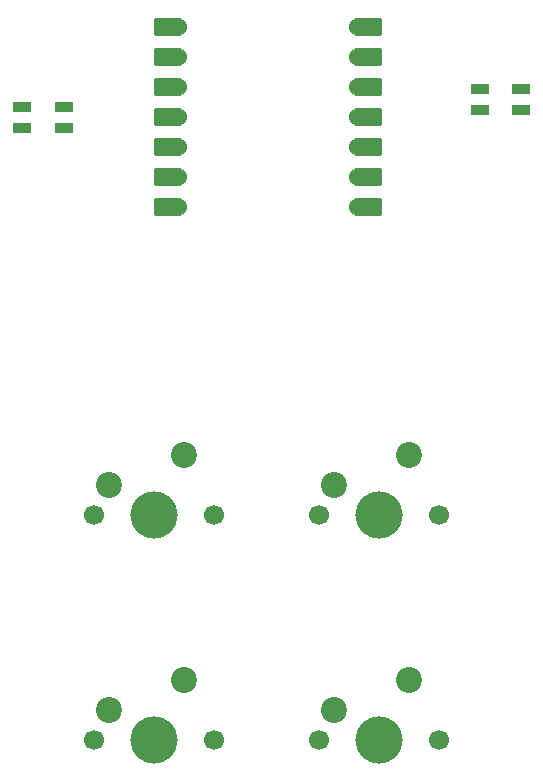
<source format=gbr>
%TF.GenerationSoftware,KiCad,Pcbnew,9.0.6*%
%TF.CreationDate,2025-12-05T22:26:19+05:30*%
%TF.ProjectId,MacropadHACKYEahh,4d616372-6f70-4616-9448-41434b594561,rev?*%
%TF.SameCoordinates,Original*%
%TF.FileFunction,Soldermask,Top*%
%TF.FilePolarity,Negative*%
%FSLAX46Y46*%
G04 Gerber Fmt 4.6, Leading zero omitted, Abs format (unit mm)*
G04 Created by KiCad (PCBNEW 9.0.6) date 2025-12-05 22:26:19*
%MOMM*%
%LPD*%
G01*
G04 APERTURE LIST*
G04 Aperture macros list*
%AMRoundRect*
0 Rectangle with rounded corners*
0 $1 Rounding radius*
0 $2 $3 $4 $5 $6 $7 $8 $9 X,Y pos of 4 corners*
0 Add a 4 corners polygon primitive as box body*
4,1,4,$2,$3,$4,$5,$6,$7,$8,$9,$2,$3,0*
0 Add four circle primitives for the rounded corners*
1,1,$1+$1,$2,$3*
1,1,$1+$1,$4,$5*
1,1,$1+$1,$6,$7*
1,1,$1+$1,$8,$9*
0 Add four rect primitives between the rounded corners*
20,1,$1+$1,$2,$3,$4,$5,0*
20,1,$1+$1,$4,$5,$6,$7,0*
20,1,$1+$1,$6,$7,$8,$9,0*
20,1,$1+$1,$8,$9,$2,$3,0*%
G04 Aperture macros list end*
%ADD10C,1.700000*%
%ADD11C,4.000000*%
%ADD12C,2.200000*%
%ADD13RoundRect,0.152400X1.063600X0.609600X-1.063600X0.609600X-1.063600X-0.609600X1.063600X-0.609600X0*%
%ADD14C,1.524000*%
%ADD15RoundRect,0.152400X-1.063600X-0.609600X1.063600X-0.609600X1.063600X0.609600X-1.063600X0.609600X0*%
%ADD16R,1.600000X0.850000*%
G04 APERTURE END LIST*
D10*
%TO.C,SW2*%
X170973750Y-105092500D03*
D11*
X176053750Y-105092500D03*
D10*
X181133750Y-105092500D03*
D12*
X178593750Y-100012500D03*
X172243750Y-102552500D03*
%TD*%
D13*
%TO.C,U1*%
X158232500Y-63817500D03*
D14*
X159067500Y-63817500D03*
D13*
X158232500Y-66357500D03*
D14*
X159067500Y-66357500D03*
D13*
X158232500Y-68897500D03*
D14*
X159067500Y-68897500D03*
D13*
X158232500Y-71437500D03*
D14*
X159067500Y-71437500D03*
D13*
X158232500Y-73977500D03*
D14*
X159067500Y-73977500D03*
D13*
X158232500Y-76517500D03*
D14*
X159067500Y-76517500D03*
D13*
X158232500Y-79057500D03*
D14*
X159067500Y-79057500D03*
X174307500Y-79057500D03*
D15*
X175142500Y-79057500D03*
D14*
X174307500Y-76517500D03*
D15*
X175142500Y-76517500D03*
D14*
X174307500Y-73977500D03*
D15*
X175142500Y-73977500D03*
D14*
X174307500Y-71437500D03*
D15*
X175142500Y-71437500D03*
D14*
X174307500Y-68897500D03*
D15*
X175142500Y-68897500D03*
D14*
X174307500Y-66357500D03*
D15*
X175142500Y-66357500D03*
D14*
X174307500Y-63817500D03*
D15*
X175142500Y-63817500D03*
%TD*%
D10*
%TO.C,SW3*%
X151923750Y-124142500D03*
D11*
X157003750Y-124142500D03*
D10*
X162083750Y-124142500D03*
D12*
X159543750Y-119062500D03*
X153193750Y-121602500D03*
%TD*%
D10*
%TO.C,SW4*%
X170973750Y-124142500D03*
D11*
X176053750Y-124142500D03*
D10*
X181133750Y-124142500D03*
D12*
X178593750Y-119062500D03*
X172243750Y-121602500D03*
%TD*%
D10*
%TO.C,SW1*%
X151923750Y-105092500D03*
D11*
X157003750Y-105092500D03*
D10*
X162083750Y-105092500D03*
D12*
X159543750Y-100012500D03*
X153193750Y-102552500D03*
%TD*%
D16*
%TO.C,D2*%
X184618750Y-69056250D03*
X184618750Y-70806250D03*
X188118750Y-70806250D03*
X188118750Y-69056250D03*
%TD*%
%TO.C,D1*%
X145887500Y-70562500D03*
X145887500Y-72312500D03*
X149387500Y-72312500D03*
X149387500Y-70562500D03*
%TD*%
M02*

</source>
